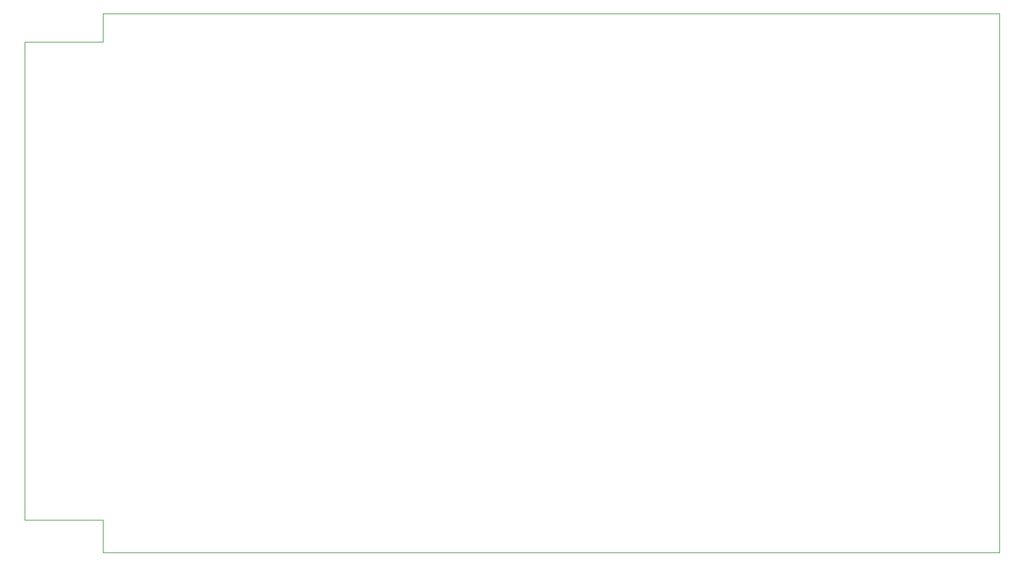
<source format=gbr>
%TF.GenerationSoftware,KiCad,Pcbnew,(6.0.11)*%
%TF.CreationDate,2023-06-18T20:13:55-07:00*%
%TF.ProjectId,TRS-IO-M3,5452532d-494f-42d4-9d33-2e6b69636164,rev?*%
%TF.SameCoordinates,Original*%
%TF.FileFunction,Profile,NP*%
%FSLAX46Y46*%
G04 Gerber Fmt 4.6, Leading zero omitted, Abs format (unit mm)*
G04 Created by KiCad (PCBNEW (6.0.11)) date 2023-06-18 20:13:55*
%MOMM*%
%LPD*%
G01*
G04 APERTURE LIST*
%TA.AperFunction,Profile*%
%ADD10C,0.050000*%
%TD*%
G04 APERTURE END LIST*
D10*
X113588800Y-130302000D02*
X236776000Y-130302000D01*
X102793800Y-125857000D02*
X102793800Y-60071000D01*
X113588900Y-60071000D02*
X113588900Y-56134000D01*
X236776000Y-56134000D02*
X236776000Y-130302000D01*
X113589000Y-56134000D02*
X236776000Y-56134000D01*
X113588800Y-125857000D02*
X113588800Y-130302000D01*
X102793800Y-125857000D02*
X113588800Y-125857000D01*
X102793800Y-60071000D02*
X113588800Y-60071000D01*
M02*

</source>
